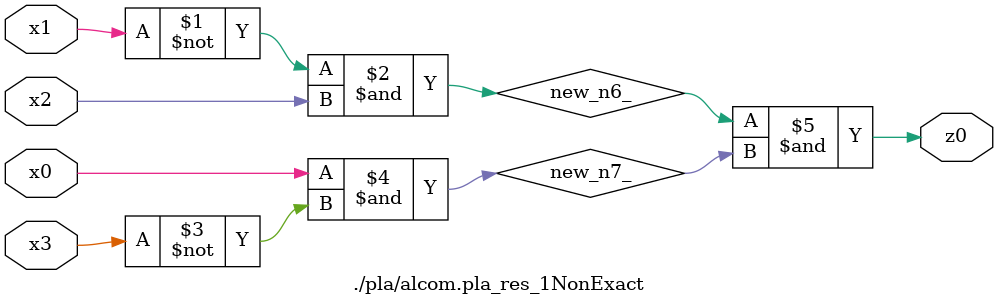
<source format=v>

module \./pla/alcom.pla_res_1NonExact  ( 
    x0, x1, x2, x3,
    z0  );
  input  x0, x1, x2, x3;
  output z0;
  wire new_n6_, new_n7_;
  assign new_n6_ = ~x1 & x2;
  assign new_n7_ = x0 & ~x3;
  assign z0 = new_n6_ & new_n7_;
endmodule



</source>
